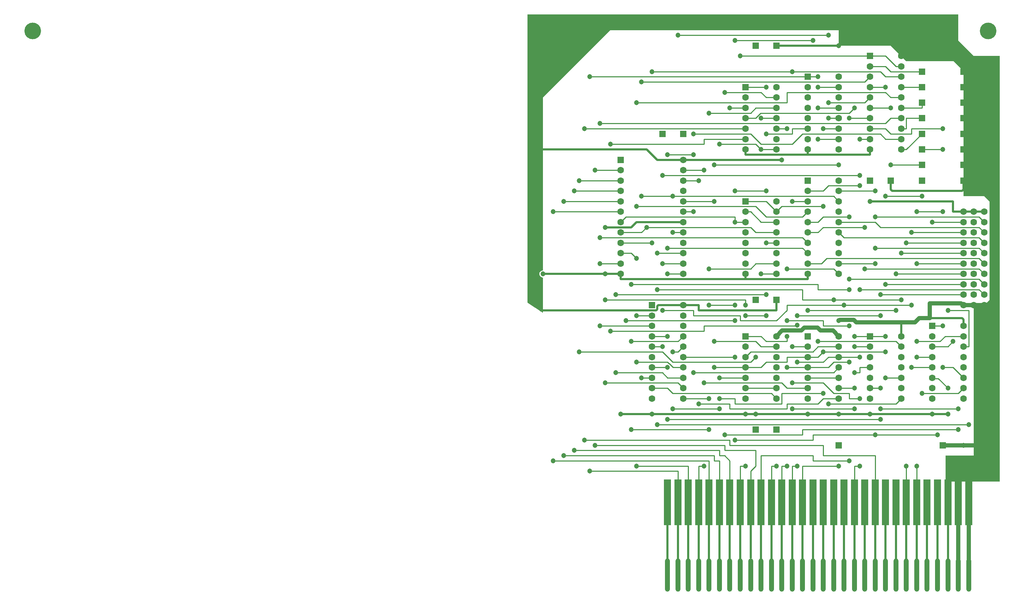
<source format=gtl>
G04*
G04 #@! TF.GenerationSoftware,Altium Limited,Altium Designer,23.6.0 (18)*
G04*
G04 Layer_Physical_Order=1*
G04 Layer_Color=255*
%FSLAX44Y44*%
%MOMM*%
G71*
G04*
G04 #@! TF.SameCoordinates,35715F93-6BA4-45ED-89E8-8F7F27010EA2*
G04*
G04*
G04 #@! TF.FilePolarity,Positive*
G04*
G01*
G75*
%ADD20R,1.7000X11.0000*%
G04:AMPARAMS|DCode=21|XSize=1.2mm|YSize=8mm|CornerRadius=0.6mm|HoleSize=0mm|Usage=FLASHONLY|Rotation=0.000|XOffset=0mm|YOffset=0mm|HoleType=Round|Shape=RoundedRectangle|*
%AMROUNDEDRECTD21*
21,1,1.2000,6.8000,0,0,0.0*
21,1,0.0000,8.0000,0,0,0.0*
1,1,1.2000,0.0000,-3.4000*
1,1,1.2000,0.0000,-3.4000*
1,1,1.2000,0.0000,3.4000*
1,1,1.2000,0.0000,3.4000*
%
%ADD21ROUNDEDRECTD21*%
%ADD22C,0.5001*%
%ADD23C,1.0000*%
%ADD24C,1.0000*%
%ADD25C,0.2500*%
%ADD26C,0.5500*%
%ADD27C,0.5000*%
%ADD28R,13.1250X6.2500*%
%ADD29C,1.6000*%
%ADD30R,1.6000X1.6000*%
%ADD31R,1.6000X1.6000*%
%ADD32C,4.0000*%
%ADD33C,1.2000*%
G36*
X1800000Y1575000D02*
X2612500D01*
Y1512500D01*
X2650000Y1475000D01*
X2712500D01*
Y475000D01*
X2650000D01*
Y875000D01*
X2675000Y875000D01*
X2687500Y887500D01*
Y1125000D01*
X2675000Y1137500D01*
X2625000D01*
Y1439000D01*
X2601500Y1462500D01*
X2487500D01*
X2450000Y1500000D01*
X2325000D01*
Y1537500D01*
X1787500D01*
Y1537500D01*
X1775000D01*
X1612500Y1375000D01*
Y958614D01*
X1610271Y958320D01*
X1608193Y957460D01*
X1606409Y956091D01*
X1605040Y954307D01*
X1604180Y952229D01*
X1603886Y950000D01*
X1604180Y947771D01*
X1605040Y945693D01*
X1606409Y943909D01*
X1608193Y942540D01*
X1610271Y941680D01*
X1612500Y941386D01*
Y856250D01*
X1575000Y881250D01*
Y1575000D01*
X1800000D01*
Y1575000D01*
D02*
G37*
D20*
X1912500Y400000D02*
D03*
X1937498D02*
D03*
X1962500D02*
D03*
X1987501D02*
D03*
X2012500D02*
D03*
X2037501D02*
D03*
X2062499D02*
D03*
X2087501D02*
D03*
X2112499D02*
D03*
X2137500D02*
D03*
X2162499D02*
D03*
X2187500D02*
D03*
X2212499D02*
D03*
X2237500D02*
D03*
X2262499D02*
D03*
X2287500D02*
D03*
X2312499D02*
D03*
X2337500D02*
D03*
X2362499D02*
D03*
X2387500D02*
D03*
X2412499D02*
D03*
X2437500D02*
D03*
X2462499D02*
D03*
X2487500D02*
D03*
X2512498D02*
D03*
X2537500D02*
D03*
X2562498D02*
D03*
X2587500D02*
D03*
X2612501D02*
D03*
X2637499D02*
D03*
D21*
X2162499Y225000D02*
D03*
X2112499D02*
D03*
X2087501D02*
D03*
X2062499D02*
D03*
X2037501D02*
D03*
X2012500D02*
D03*
X1987501D02*
D03*
X1962500D02*
D03*
X1937498D02*
D03*
X1912500D02*
D03*
X2137500D02*
D03*
X2462499D02*
D03*
X2412499D02*
D03*
X2387500D02*
D03*
X2362499D02*
D03*
X2337500D02*
D03*
X2287500D02*
D03*
X2262499D02*
D03*
X2237500D02*
D03*
X2212499D02*
D03*
X2187500D02*
D03*
X2312499D02*
D03*
X2437500D02*
D03*
X2637499D02*
D03*
X2537500D02*
D03*
X2512498D02*
D03*
X2487500D02*
D03*
X2562498D02*
D03*
X2612501D02*
D03*
X2587500D02*
D03*
D22*
X1937498Y261002D02*
Y353301D01*
X1912500Y263001D02*
Y353301D01*
X1962500Y262001D02*
Y353301D01*
X1987501Y261002D02*
Y349760D01*
X2062499Y262001D02*
Y348301D01*
X2087501Y261002D02*
Y348301D01*
X2112499Y266001D02*
Y348301D01*
X2137500Y263001D02*
Y348301D01*
X2162499Y264002D02*
Y348301D01*
X2187500Y261002D02*
Y348301D01*
X2212499Y261002D02*
Y348301D01*
X2237500Y261002D02*
Y348301D01*
X2262499Y261002D02*
Y348301D01*
X2287500Y261002D02*
Y348301D01*
X1983960Y353301D02*
X1987501Y349760D01*
X2012500Y261002D02*
Y353301D01*
X2037501Y263001D02*
Y348301D01*
X2312499Y261002D02*
Y348301D01*
X2337500Y261002D02*
Y348301D01*
X2537500Y261002D02*
Y348301D01*
X2512498Y261002D02*
Y348301D01*
X2487500Y263001D02*
Y348301D01*
X2462499Y261002D02*
Y348301D01*
X2412499Y261002D02*
Y348301D01*
X2387500Y261002D02*
Y348301D01*
X2362499Y261002D02*
Y348301D01*
X2437500Y262001D02*
Y348301D01*
X2587500Y261002D02*
Y348301D01*
X2562498Y262001D02*
Y348301D01*
D23*
X2637499Y261002D02*
Y348301D01*
X2612501Y261002D02*
Y348301D01*
D24*
X2188658Y813658D02*
X2234682D01*
X2241612Y820588D01*
X2273741D01*
X2175000Y800000D02*
X2188658Y813658D01*
X2280671D02*
X2311342D01*
X2273741Y820588D02*
X2280671Y813658D01*
X2366834Y833166D02*
X2508166D01*
X2518750Y843750D01*
X2360876Y839124D02*
X2366834Y833166D01*
X2325000Y837500D02*
X2325541D01*
X2327165Y839124D01*
X2360876D01*
X2625000Y875000D02*
X2650000D01*
X2623376D02*
X2625000D01*
X2543750Y843750D02*
Y879476D01*
X2618901D02*
X2623376Y875000D01*
X2543750Y879476D02*
X2618901D01*
X2518750Y843750D02*
X2543750D01*
X2311342Y813658D02*
X2325000Y800000D01*
X2625000Y537500D02*
X2662500D01*
X2575000Y537500D02*
X2625000D01*
X2650000Y875000D02*
X2675000D01*
D25*
X2000000Y825000D02*
X2223342D01*
X2225000Y826658D01*
X2200000Y837500D02*
X2287500D01*
Y825000D02*
X2350000D01*
X2287500D02*
Y837500D01*
X1775000Y812500D02*
X2000000D01*
Y825000D01*
X2587500Y862500D02*
X2637500D01*
X2625000Y775000D02*
X2637500D01*
Y862500D01*
X2200000Y725000D02*
X2250000D01*
X2300000D01*
X2200000Y962500D02*
X2312500D01*
X2175000Y1300000D02*
X2200000D01*
X2350000Y1325000D02*
X2400000D01*
X2212500Y1300000D02*
X2250000D01*
X2150000Y1287500D02*
X2212500D01*
Y1300000D01*
X2100000Y850000D02*
X2150000D01*
X1950000Y1100000D02*
X1975000D01*
X1975000Y1100000D01*
X2150000Y1025000D02*
X2175000D01*
X2550000Y825000D02*
X2575000D01*
X2662500Y912500D02*
X2675000Y900000D01*
X2375000Y912500D02*
X2662500D01*
Y937500D02*
X2675000Y925000D01*
X2350000Y937500D02*
X2662500D01*
Y962500D02*
X2675000Y950000D01*
X2387500Y962500D02*
X2662500D01*
Y987500D02*
X2675000Y975000D01*
X2295576Y987500D02*
X2662500D01*
Y1012500D02*
X2675000Y1000000D01*
X2412500Y1012500D02*
X2662500D01*
Y1037500D02*
X2675000Y1025000D01*
X2337500Y1037500D02*
X2662500D01*
Y1062500D02*
X2675000Y1050000D01*
X2425000Y1062500D02*
X2662500D01*
Y1087500D02*
X2675000Y1075000D01*
X2412500Y1087500D02*
X2662500D01*
X2550000Y1075000D02*
X2625000D01*
X2325000Y1150000D02*
X2412500D01*
X2437500Y1425000D02*
X2475000D01*
X2212500Y1437500D02*
X2425000D01*
X2437500Y1425000D01*
X2450000Y1375000D02*
X2475000D01*
X2437500Y1387500D02*
X2450000Y1375000D01*
X2400000Y1400000D02*
X2437500D01*
X2437500Y1400000D01*
X2450000Y1325000D02*
X2475000D01*
X2437500Y1312500D02*
X2450000Y1325000D01*
X1750000Y1312500D02*
X2437500D01*
X2400000Y1300000D02*
X2437500D01*
X2450000Y1287500D02*
X2500000D01*
X2437500Y1300000D02*
X2450000Y1287500D01*
X2425000D02*
X2437500Y1275000D01*
X2237500Y1287500D02*
X2425000D01*
X2437500Y1275000D02*
X2475000D01*
X2250000Y975000D02*
X2283076D01*
X2295576Y987500D01*
X2312500Y962500D02*
X2325000Y950000D01*
X2137500D02*
X2175000D01*
X2125000Y975000D02*
X2175000D01*
X2112500Y962500D02*
X2125000Y975000D01*
Y1050000D02*
X2175000D01*
X1862500Y1062500D02*
X2112500D01*
X2125000Y1050000D01*
X2137500Y1075000D02*
X2175000D01*
X2100000Y1100000D02*
X2112500D01*
X2137500Y1075000D01*
X2150000Y1087500D02*
X2237500D01*
X2125000Y1112500D02*
X2150000Y1087500D01*
X1837500Y1112500D02*
X2125000D01*
X2100000Y1125000D02*
X2150000D01*
X2175000Y1100000D01*
X1925000Y1137500D02*
X2312500D01*
X2275000Y1050000D02*
X2287500Y1062500D01*
X2250000Y1050000D02*
X2275000D01*
X2250000Y1075000D02*
X2275000D01*
X2287500Y1087500D01*
X2187500Y1112500D02*
X2287500D01*
X2312500Y1137500D02*
X2325000Y1125000D01*
X2250000Y1150000D02*
X2287500D01*
X2300000Y1162500D01*
X2275000Y1275000D02*
X2325000D01*
X2275000Y1275000D02*
X2275000Y1275000D01*
X2287500Y1300000D02*
X2325000D01*
X2287500Y1300000D02*
X2287500Y1300000D01*
X2300000Y1325000D02*
X2325000D01*
X2300000Y1325000D02*
X2300000Y1325000D01*
X2136919Y1337500D02*
X2350000D01*
X2300000Y1362500D02*
X2387500D01*
X2275000Y1350000D02*
X2325000D01*
X2275000Y1350000D02*
X2275000Y1350000D01*
X1850000Y1412500D02*
X2387500D01*
X2250000Y1425000D02*
X2250000Y1425000D01*
X2275000D01*
X2275000Y1400000D02*
X2325000D01*
X2275000Y1400000D02*
X2275000Y1400000D01*
X2100000D02*
X2100000Y1400000D01*
X2150000D01*
Y1375000D02*
X2175000D01*
X2050000Y1387500D02*
X2137500D01*
X2150000Y1375000D01*
X1837500Y1362500D02*
X2200000D01*
X2100000Y1325000D02*
X2124419D01*
X2136919Y1337500D01*
X2125000Y1350000D02*
X2175000D01*
X2012500Y1337500D02*
X2112500D01*
X2125000Y1350000D01*
X2137500Y1325000D02*
X2175000D01*
X2137500Y1325000D02*
X2137500Y1325000D01*
X2112500Y1287500D02*
X2137500Y1262500D01*
X1975000Y1287500D02*
X2112500D01*
X2137500Y1262500D02*
X2212500D01*
X2137500Y1250000D02*
X2175000D01*
X2137500Y1250000D02*
X2137500Y1250000D01*
X2125000Y1262500D02*
X2137500Y1250000D01*
X2037500Y1262500D02*
X2125000D01*
X1925000Y1050000D02*
X1950000D01*
X1925000Y1050000D02*
X1925000Y1050000D01*
X1850000Y1137500D02*
X1925000D01*
X1800000Y1075000D02*
X1812500Y1087500D01*
X1800000Y1050000D02*
X1850000D01*
X1862500Y1062500D01*
X1800000Y1025000D02*
X1875000D01*
X1875000Y1025000D01*
X1800000Y1000000D02*
X1825000D01*
X1837500Y987500D01*
X1887500Y1000000D02*
X1950000D01*
X1887500Y1000000D02*
X1887500Y1000000D01*
X1900000Y975000D02*
X1950000D01*
X1900000Y975000D02*
X1900000Y975000D01*
X1912500Y950000D02*
X1950000D01*
X1912500Y950000D02*
X1912500Y950000D01*
X1875000Y800000D02*
X1912500D01*
X1937500Y787500D02*
X1950000Y800000D01*
X1825000Y787500D02*
X1937500D01*
X1875000Y775000D02*
X1900000D01*
X1937500Y762500D02*
X1950000Y775000D01*
X1925000Y762500D02*
X1937500D01*
X1925000Y737500D02*
X2112500D01*
X1900000Y762500D02*
X1925000Y737500D01*
X1925581Y725000D02*
X1950000D01*
X1916331Y734250D02*
X1925581Y725000D01*
X1912500Y737500D02*
X1915750Y734250D01*
X1916331D01*
X1875000Y725000D02*
X1912500D01*
X1912500Y700000D02*
X1950000D01*
X1900000Y712500D02*
X1912500Y700000D01*
X1937500Y687500D02*
X1950000Y675000D01*
X1875000D02*
X1912500D01*
X1925000Y662500D01*
X2137500Y775000D02*
X2175000D01*
X2025000Y787500D02*
X2125000D01*
X2137500Y775000D01*
X2100000Y750000D02*
X2112500Y762500D01*
Y737500D02*
X2125000Y750000D01*
X2100000Y725000D02*
X2137500D01*
X2150000Y737500D01*
X2100000Y675000D02*
X2175000D01*
X2162500Y662500D02*
X2175000Y650000D01*
X1925000Y662500D02*
X2162500D01*
X2287500Y762500D02*
X2437500D01*
X2250000Y750000D02*
X2275000D01*
X2287500Y762500D01*
X2300000Y750000D02*
X2325000D01*
X2225000Y737500D02*
X2287500D01*
X2300000Y750000D01*
X2312500Y737500D02*
X2350000D01*
X2300000Y725000D02*
X2312500Y737500D01*
Y712500D02*
X2325000Y725000D01*
X2250000Y700000D02*
X2325000D01*
X2287500Y687500D02*
X2312500Y662500D01*
X2287500Y650000D02*
X2325000D01*
X2275000Y637500D02*
X2287500Y650000D01*
X2462500Y637500D02*
X2475000Y650000D01*
X2400000Y675000D02*
X2425000D01*
X2437500Y700000D02*
X2475000D01*
X2400000Y800000D02*
X2437500D01*
X2462500Y787500D02*
X2475000Y775000D01*
X2568750Y787500D02*
X2581250Y800000D01*
X2625000D01*
X2550000Y775000D02*
X2587500D01*
X2600000Y787500D01*
Y725000D02*
X2625000Y700000D01*
X2575000Y725000D02*
X2600000D01*
X2550000Y700000D02*
X2551821Y698179D01*
X2564321D01*
X2587500Y675000D01*
X2612500Y662500D02*
X2625000Y675000D01*
X2412500Y562500D02*
X2562500D01*
X2150000Y787500D02*
X2200000D01*
X2100000Y800000D02*
X2137500D01*
X2150000Y787500D01*
X2275000Y775000D02*
X2325000D01*
X2112500Y762500D02*
X2262500D01*
X2275000Y775000D01*
X2400000Y1350000D02*
X2450000D01*
X2450000Y1350000D01*
X2437500Y1450000D02*
X2450000Y1437500D01*
X2525000D01*
X2400000Y1450000D02*
X2437500D01*
X2462500D02*
X2475000D01*
X2400000Y1475000D02*
X2437500D01*
X2462500Y1450000D01*
X1937500Y1525000D02*
X2300000D01*
X2075000Y1512500D02*
X2262500D01*
X2087500Y1475000D02*
X2400000D01*
X2475000Y1400000D02*
X2525000D01*
Y1350000D02*
Y1362500D01*
X2475000Y1350000D02*
X2525000D01*
X2487500Y1325000D02*
X2525000D01*
X2487500Y1300000D02*
Y1325000D01*
X2475000Y1300000D02*
X2487500D01*
X2525000Y1250000D02*
X2575000D01*
X2450000Y1212500D02*
X2525000D01*
X2375000Y1275000D02*
X2400000D01*
X2500000Y1287500D02*
Y1300000D01*
X2575000D01*
X2475000Y1250000D02*
X2487500D01*
X2525000Y1287500D01*
X1875000Y1437500D02*
X2212500D01*
X1725000Y1425000D02*
X2250000D01*
X2062500Y1350000D02*
X2100000D01*
X1712500Y1300000D02*
X2100000D01*
X1775000Y1262500D02*
X2000000D01*
Y1275000D01*
X2100000D01*
X1912500Y1237500D02*
X1975000D01*
X1737500Y1200000D02*
X1800000D01*
X1700000Y1175000D02*
X1800000D01*
X1687500Y1150000D02*
X1800000D01*
X1662500Y1125000D02*
X1800000D01*
X1637500Y1100000D02*
X1800000D01*
X1750000Y975000D02*
X1800000D01*
X2012500Y962500D02*
X2112500D01*
X1812500Y1087500D02*
X2075000D01*
Y1075000D02*
Y1087500D01*
Y1075000D02*
X2100000D01*
X1950000Y1125000D02*
X2025000D01*
X2212500D02*
X2250000D01*
X2175000Y1100000D02*
X2187500Y1112500D01*
X2237500Y1087500D02*
X2250000Y1100000D01*
X2075000Y1150000D02*
X2150000D01*
X1950000Y1175000D02*
X1987500D01*
X1900000Y1187500D02*
X2375000D01*
X1950000Y1200000D02*
X2000000D01*
X2025000Y1212500D02*
X2325000D01*
X2300000Y1162500D02*
X2375000D01*
X2287500Y1087500D02*
X2350000D01*
X2237500Y1037500D02*
X2250000Y1025000D01*
X1750000Y1037500D02*
X2237500D01*
Y1012500D02*
X2250000Y1000000D01*
X1912500Y1012500D02*
X2237500D01*
X2325000Y975000D02*
X2412500D01*
X2287500Y1062500D02*
X2387500D01*
X2325000Y1075000D02*
X2412500D01*
X2425000Y1062500D01*
X2512500Y1100000D02*
X2575000D01*
X2500000Y1050000D02*
X2625000D01*
X2487500Y1025000D02*
X2625000D01*
X2325000Y1050000D02*
X2337500Y1037500D01*
X2475000Y1000000D02*
X2625000D01*
X2512500Y975000D02*
X2625000D01*
X2462500Y950000D02*
X2625000D01*
X2437500Y925000D02*
X2625000D01*
X2425000Y900000D02*
X2625000D01*
X2312500Y887500D02*
X2475000D01*
X2237500D02*
X2312500D01*
X2237500D02*
Y912500D01*
X1887500D02*
X2237500D01*
X1787500Y900000D02*
X2150000D01*
X1762500Y887500D02*
X2100000D01*
Y875000D02*
Y887500D01*
X2012500Y875000D02*
X2075000D01*
X1900000Y862500D02*
X1975000D01*
Y850000D02*
Y862500D01*
Y850000D02*
X2087500D01*
Y837500D02*
Y850000D01*
Y837500D02*
X2175000D01*
X2200000Y862500D01*
Y875000D01*
X2500000D01*
X2250000Y862500D02*
X2462500D01*
X2225000Y850000D02*
X2425000D01*
X1812500Y837500D02*
X2075000D01*
X1950000Y750000D02*
X2075000D01*
X1837500Y737500D02*
X1912500D01*
X2025000Y725000D02*
X2100000D01*
X2037500Y700000D02*
X2100000D01*
X1950000Y650000D02*
X2012500D01*
X2037500D02*
X2075000D01*
Y637500D02*
Y650000D01*
X1987500Y637500D02*
X2062500D01*
Y625000D02*
Y637500D01*
X1825000Y575000D02*
X2012500D01*
X1887500Y587500D02*
X2637500D01*
X2237500Y575000D02*
X2612500D01*
X2237500Y562500D02*
Y575000D01*
X2050000Y562500D02*
X2237500D01*
X2075000Y550000D02*
X2262500D01*
Y562500D01*
X2412500D01*
X2237500Y487500D02*
X2325000D01*
X2237500Y450000D02*
Y487500D01*
X2212500D02*
X2225000D01*
X2212500Y450000D02*
Y487500D01*
X2187500D02*
X2200000D01*
X2187500Y450000D02*
Y487500D01*
X2162500D02*
X2175000D01*
X2162500Y450000D02*
Y487500D01*
X1987500D02*
X2000000D01*
X1987500Y450000D02*
Y487500D01*
X1837500D02*
X1962500D01*
Y450000D02*
Y487500D01*
X1725000Y475000D02*
X1937500D01*
Y450000D02*
Y475000D01*
X1637500Y500000D02*
X2012500D01*
Y450000D02*
Y500000D01*
X1662500Y512500D02*
X2025000D01*
Y500000D02*
Y512500D01*
Y500000D02*
X2037500D01*
Y450000D02*
Y500000D01*
X1687500Y525000D02*
X2037500D01*
Y512500D02*
Y525000D01*
Y512500D02*
X2050000D01*
X2062500Y500000D01*
Y450000D02*
Y500000D01*
X2087500Y487500D02*
X2100000D01*
X2087500Y450000D02*
Y487500D01*
X1737500Y537500D02*
X2050000D01*
Y525000D02*
Y537500D01*
Y525000D02*
X2125000D01*
Y487500D02*
Y525000D01*
X2112500Y475000D02*
X2125000Y487500D01*
X2112500Y450000D02*
Y475000D01*
X1712500Y550000D02*
X2062500D01*
Y537500D02*
Y550000D01*
Y537500D02*
X2287500D01*
Y512500D02*
Y537500D01*
Y512500D02*
X2412500D01*
X2262500Y500000D02*
X2350000D01*
X2262500D02*
Y512500D01*
X2137500D02*
X2262500D01*
X2137500Y450000D02*
Y512500D01*
X2362500Y487500D02*
X2375000D01*
X2362500Y437500D02*
Y487500D01*
X2412500Y450000D02*
Y512500D01*
X2487500Y450000D02*
Y487500D01*
X2512500Y450000D02*
Y487500D01*
X1912500Y600000D02*
X2425000D01*
X2000000Y687500D02*
X2187500D01*
X2200000Y675000D01*
X2250000D01*
X2212500Y687500D02*
X2287500D01*
X1975000Y712500D02*
X2312500D01*
X2150000Y737500D02*
X2200000D01*
Y750000D01*
X2250000D01*
X2212500Y775000D02*
X2250000D01*
X2200000Y787500D02*
Y800000D01*
X2362500D02*
X2400000D01*
X2362500Y775000D02*
X2400000D01*
X2275000Y787500D02*
X2462500D01*
X2325000Y750000D02*
X2375000D01*
X2362500Y712500D02*
X2375000D01*
Y725000D01*
X2400000D01*
X2325000Y675000D02*
X2362500D01*
X2312500Y662500D02*
X2350000D01*
Y650000D02*
Y662500D01*
Y650000D02*
X2375000D01*
X2425000Y625000D02*
X2612500D01*
X2525000Y662500D02*
X2612500D01*
X2500000Y725000D02*
X2550000D01*
X2512500Y750000D02*
X2550000D01*
X2512500Y787500D02*
X2568750D01*
X2275000Y912500D02*
X2350000D01*
X2275000D02*
Y925000D01*
X1825000D02*
X2275000D01*
X2200000Y1362500D02*
Y1387500D01*
X2212500Y1262500D02*
X2237500Y1287500D01*
X2437500Y1137500D02*
X2525000D01*
X1837500Y850000D02*
X1875000D01*
X1750000Y825000D02*
X1875000D01*
X1700000Y762500D02*
X1900000D01*
X1787500Y712500D02*
X1900000D01*
X1850000Y700000D02*
X1875000D01*
X1762500Y687500D02*
X1937500D01*
X2212500Y625000D02*
X2362500D01*
X2300000Y637500D02*
X2462500D01*
X2200000D02*
X2275000D01*
X2200000Y625000D02*
Y637500D01*
X2062500Y625000D02*
X2200000D01*
X2187500Y662500D02*
X2287500D01*
X2187500Y637500D02*
Y662500D01*
X2075000Y637500D02*
X2187500D01*
X2350000Y1337500D02*
X2362500Y1350000D01*
X2387500Y1362500D02*
X2400000Y1375000D01*
X2200000Y1387500D02*
X2437500D01*
X2387500Y1412500D02*
X2400000Y1425000D01*
X1925000Y625000D02*
X2037500D01*
D26*
X2543750Y843750D02*
X2621778D01*
X2625000Y840528D01*
Y825000D02*
Y840528D01*
X2450000Y1153222D02*
Y1175000D01*
X2625000Y1153222D02*
Y1175000D01*
X2621778Y1150000D02*
X2625000Y1153222D01*
X2453222Y1150000D02*
X2621778D01*
X2450000Y1153222D02*
X2453222Y1150000D01*
X1950000Y875000D02*
X1987500D01*
X1950000D02*
X1950000D01*
X1987500Y862500D02*
Y875000D01*
Y862500D02*
X2175000D01*
Y887500D01*
X1862500Y1250000D02*
X1887500Y1225000D01*
X1900000D01*
X1950000D01*
X2575000Y537500D02*
X2575000Y537500D01*
X2175000Y1500000D02*
X2325000D01*
X1950000Y1225000D02*
X2187500D01*
X1587500Y1250000D02*
X1862500D01*
X2475000Y800000D02*
Y831250D01*
D27*
X1606250Y862500D02*
X1884864D01*
X1890429Y875000D02*
X1950000D01*
X1887500Y865136D02*
Y872071D01*
X1890429Y875000D01*
X1884864Y862500D02*
X1887500Y865136D01*
X2650000Y1100000D02*
X2675000D01*
X2625000D02*
X2650000D01*
X2100000Y937500D02*
X2250000D01*
X2100000D02*
Y950000D01*
X1950000Y1075000D02*
X1950000Y1075000D01*
X1837500Y1075000D02*
X1950000D01*
X1762500Y1062500D02*
X1825000D01*
X1837500Y1075000D01*
X1875000Y612500D02*
X2100000D01*
X1800000D02*
X1875000D01*
X2100000D02*
X2125000D01*
X1612500Y950000D02*
X1800000D01*
X2250000Y612500D02*
X2587500D01*
X2125000D02*
X2250000D01*
Y937500D02*
Y950000D01*
X1800000Y937500D02*
X2100000D01*
X1800000D02*
Y950000D01*
X2400000Y1237500D02*
Y1250000D01*
X2100000Y1237500D02*
X2400000D01*
X2100000D02*
Y1250000D01*
X2250000Y1237500D02*
Y1250000D01*
X2600000Y1100000D02*
X2625000D01*
X2600000D02*
Y1125000D01*
X2400000D02*
X2600000D01*
D28*
X2646875Y481250D02*
D03*
D29*
X2675000Y1100000D02*
D03*
X2650000D02*
D03*
X2625000D02*
D03*
X2675000Y1075000D02*
D03*
X2650000D02*
D03*
X2625000D02*
D03*
X2675000Y1050000D02*
D03*
X2650000D02*
D03*
X2625000D02*
D03*
X2675000Y1025000D02*
D03*
X2650000D02*
D03*
X2625000D02*
D03*
X2675000Y1000000D02*
D03*
X2650000D02*
D03*
X2625000D02*
D03*
X2675000Y975000D02*
D03*
X2650000D02*
D03*
X2625000D02*
D03*
X2675000Y950000D02*
D03*
X2650000D02*
D03*
X2625000D02*
D03*
X2675000Y925000D02*
D03*
X2650000D02*
D03*
X2625000D02*
D03*
X2675000Y900000D02*
D03*
X2650000D02*
D03*
X2625000D02*
D03*
X2675000Y875000D02*
D03*
X2650000D02*
D03*
X2625000D02*
D03*
X1950000Y775000D02*
D03*
Y750000D02*
D03*
Y700000D02*
D03*
Y725000D02*
D03*
Y675000D02*
D03*
X1875000Y650000D02*
D03*
Y675000D02*
D03*
Y700000D02*
D03*
Y725000D02*
D03*
Y750000D02*
D03*
Y775000D02*
D03*
Y825000D02*
D03*
Y800000D02*
D03*
Y850000D02*
D03*
X1950000Y825000D02*
D03*
Y800000D02*
D03*
Y850000D02*
D03*
Y875000D02*
D03*
Y650000D02*
D03*
X2250000Y775000D02*
D03*
Y725000D02*
D03*
Y750000D02*
D03*
Y700000D02*
D03*
Y675000D02*
D03*
Y650000D02*
D03*
X2325000D02*
D03*
Y675000D02*
D03*
Y700000D02*
D03*
Y725000D02*
D03*
Y750000D02*
D03*
Y800000D02*
D03*
Y775000D02*
D03*
X2100000D02*
D03*
Y725000D02*
D03*
Y750000D02*
D03*
Y700000D02*
D03*
Y675000D02*
D03*
Y650000D02*
D03*
X2175000D02*
D03*
Y675000D02*
D03*
Y700000D02*
D03*
Y725000D02*
D03*
Y750000D02*
D03*
Y800000D02*
D03*
Y775000D02*
D03*
X2550000Y800000D02*
D03*
Y750000D02*
D03*
Y775000D02*
D03*
Y725000D02*
D03*
Y700000D02*
D03*
Y675000D02*
D03*
Y650000D02*
D03*
X2625000D02*
D03*
Y675000D02*
D03*
Y700000D02*
D03*
Y725000D02*
D03*
Y775000D02*
D03*
Y750000D02*
D03*
Y800000D02*
D03*
Y825000D02*
D03*
X2400000Y775000D02*
D03*
Y725000D02*
D03*
Y750000D02*
D03*
Y700000D02*
D03*
Y675000D02*
D03*
Y650000D02*
D03*
X2475000D02*
D03*
Y675000D02*
D03*
Y700000D02*
D03*
Y725000D02*
D03*
Y750000D02*
D03*
Y800000D02*
D03*
Y775000D02*
D03*
X2325000Y1175000D02*
D03*
Y1150000D02*
D03*
Y1125000D02*
D03*
Y1100000D02*
D03*
X2250000Y1150000D02*
D03*
Y1100000D02*
D03*
Y1125000D02*
D03*
Y1075000D02*
D03*
Y1050000D02*
D03*
Y1025000D02*
D03*
Y1000000D02*
D03*
Y975000D02*
D03*
Y950000D02*
D03*
X2325000D02*
D03*
Y975000D02*
D03*
Y1025000D02*
D03*
Y1000000D02*
D03*
Y1050000D02*
D03*
Y1075000D02*
D03*
X2100000Y1100000D02*
D03*
Y1050000D02*
D03*
Y1075000D02*
D03*
Y1025000D02*
D03*
Y1000000D02*
D03*
Y975000D02*
D03*
Y950000D02*
D03*
X2175000D02*
D03*
Y975000D02*
D03*
Y1000000D02*
D03*
Y1025000D02*
D03*
Y1075000D02*
D03*
Y1050000D02*
D03*
Y1100000D02*
D03*
Y1125000D02*
D03*
X2475000Y1475000D02*
D03*
Y1450000D02*
D03*
Y1425000D02*
D03*
Y1400000D02*
D03*
X2400000Y1450000D02*
D03*
Y1400000D02*
D03*
Y1425000D02*
D03*
Y1375000D02*
D03*
Y1350000D02*
D03*
Y1325000D02*
D03*
Y1300000D02*
D03*
Y1275000D02*
D03*
Y1250000D02*
D03*
X2475000D02*
D03*
Y1275000D02*
D03*
Y1325000D02*
D03*
Y1300000D02*
D03*
Y1350000D02*
D03*
Y1375000D02*
D03*
X2250000Y1400000D02*
D03*
Y1350000D02*
D03*
Y1375000D02*
D03*
Y1325000D02*
D03*
Y1300000D02*
D03*
Y1275000D02*
D03*
Y1250000D02*
D03*
X2325000D02*
D03*
Y1275000D02*
D03*
Y1300000D02*
D03*
Y1325000D02*
D03*
Y1375000D02*
D03*
Y1350000D02*
D03*
Y1400000D02*
D03*
Y1425000D02*
D03*
X2100000Y1375000D02*
D03*
Y1325000D02*
D03*
Y1350000D02*
D03*
Y1300000D02*
D03*
Y1275000D02*
D03*
Y1250000D02*
D03*
X2175000D02*
D03*
Y1275000D02*
D03*
Y1300000D02*
D03*
Y1325000D02*
D03*
Y1350000D02*
D03*
Y1400000D02*
D03*
Y1375000D02*
D03*
X1950000Y1025000D02*
D03*
Y1000000D02*
D03*
Y950000D02*
D03*
Y975000D02*
D03*
X1800000Y950000D02*
D03*
Y975000D02*
D03*
Y1000000D02*
D03*
Y1025000D02*
D03*
Y1050000D02*
D03*
Y1075000D02*
D03*
Y1100000D02*
D03*
Y1125000D02*
D03*
Y1175000D02*
D03*
Y1150000D02*
D03*
Y1200000D02*
D03*
X1950000Y1075000D02*
D03*
Y1050000D02*
D03*
Y1100000D02*
D03*
Y1125000D02*
D03*
Y1175000D02*
D03*
Y1150000D02*
D03*
Y1200000D02*
D03*
Y1225000D02*
D03*
D30*
X1875000Y875000D02*
D03*
X2250000Y800000D02*
D03*
X2100000D02*
D03*
X2550000Y825000D02*
D03*
X2400000Y800000D02*
D03*
X2250000Y1175000D02*
D03*
X2100000Y1125000D02*
D03*
X2400000Y1475000D02*
D03*
X2250000Y1425000D02*
D03*
X2100000Y1400000D02*
D03*
X1800000Y1225000D02*
D03*
D31*
X2400000Y1175000D02*
D03*
X2450000D02*
D03*
X2325000Y537500D02*
D03*
X2575000D02*
D03*
X2525000Y1175000D02*
D03*
X2625000D02*
D03*
X2525000Y1212500D02*
D03*
X2625000D02*
D03*
X2525000Y1250000D02*
D03*
X2625000D02*
D03*
X2525000Y1287500D02*
D03*
X2625000D02*
D03*
X2525000Y1325000D02*
D03*
X2625000D02*
D03*
X2525000Y1362500D02*
D03*
X2625000D02*
D03*
X2525000Y1400000D02*
D03*
X2625000D02*
D03*
X2525000Y1437500D02*
D03*
X2625000D02*
D03*
X1900000Y1287500D02*
D03*
X1950000D02*
D03*
X2125000Y887500D02*
D03*
X2175000D02*
D03*
X2125000Y575000D02*
D03*
X2175000D02*
D03*
X2125000Y1500000D02*
D03*
X2175000D02*
D03*
D32*
X384000Y1535000D02*
D03*
X2684000D02*
D03*
D33*
X2225000Y826658D02*
D03*
X2587500Y862500D02*
D03*
X2200000Y725000D02*
D03*
Y962500D02*
D03*
Y1300000D02*
D03*
X2350000Y1325000D02*
D03*
X2625000Y537500D02*
D03*
X2512500Y750000D02*
D03*
X1612500Y950000D02*
D03*
X2425000Y850000D02*
D03*
X1762500Y950000D02*
D03*
X1850000Y700000D02*
D03*
X1762500Y687500D02*
D03*
X2437500Y800000D02*
D03*
Y762500D02*
D03*
X2225000Y850000D02*
D03*
X2200000Y837500D02*
D03*
Y800000D02*
D03*
X2212500Y775000D02*
D03*
X2225000Y737500D02*
D03*
X2125000Y750000D02*
D03*
X2150000Y900000D02*
D03*
Y850000D02*
D03*
X2137500Y950000D02*
D03*
X2150000Y1025000D02*
D03*
X2212500Y1125000D02*
D03*
X2187500Y1225000D02*
D03*
X2150000Y1150000D02*
D03*
X2137500Y1250000D02*
D03*
X2150000Y1287500D02*
D03*
X1937500Y1525000D02*
D03*
X2075000Y1512500D02*
D03*
X2087500Y1475000D02*
D03*
X2137500Y1325000D02*
D03*
X2150000Y1400000D02*
D03*
X2212500Y1437500D02*
D03*
X2262500Y1512500D02*
D03*
X2300000Y1525000D02*
D03*
X2325000Y1500000D02*
D03*
X2275000Y1425000D02*
D03*
Y1400000D02*
D03*
Y1350000D02*
D03*
X2300000Y1362500D02*
D03*
Y1325000D02*
D03*
X2287500Y1300000D02*
D03*
X2275000Y1275000D02*
D03*
X2437500Y1400000D02*
D03*
X2450000Y1350000D02*
D03*
X2362500D02*
D03*
X2375000Y1275000D02*
D03*
X2575000Y1300000D02*
D03*
Y1250000D02*
D03*
X2500000Y1050000D02*
D03*
X2450000Y1212500D02*
D03*
X2325000D02*
D03*
X2287500Y1112500D02*
D03*
X2375000Y1187500D02*
D03*
Y1162500D02*
D03*
X2350000Y1087500D02*
D03*
X2387500Y1062500D02*
D03*
X2412500Y1150000D02*
D03*
Y1087500D02*
D03*
X2400000Y1125000D02*
D03*
X2437500Y1137500D02*
D03*
X2525000D02*
D03*
X2512500Y1100000D02*
D03*
X2575000D02*
D03*
X2550000Y1075000D02*
D03*
X2250000Y862500D02*
D03*
X2487500Y1025000D02*
D03*
X2512500Y975000D02*
D03*
X2475000Y1000000D02*
D03*
X2462500Y950000D02*
D03*
X2437500Y925000D02*
D03*
X2425000Y900000D02*
D03*
X2412500Y1012500D02*
D03*
Y975000D02*
D03*
X2387500Y962500D02*
D03*
X2350000Y937500D02*
D03*
X2375000Y912500D02*
D03*
X2350000D02*
D03*
X2312500Y887500D02*
D03*
X2337500Y875000D02*
D03*
X2275000Y787500D02*
D03*
X2287500Y762500D02*
D03*
X2325000Y837500D02*
D03*
X2350000Y825000D02*
D03*
X2362500Y800000D02*
D03*
Y775000D02*
D03*
X2350000Y737500D02*
D03*
X2375000Y750000D02*
D03*
X2575000Y825000D02*
D03*
X2462500Y862500D02*
D03*
X2475000Y887500D02*
D03*
X2500000Y875000D02*
D03*
X2512500Y787500D02*
D03*
X2600000D02*
D03*
X2575000Y725000D02*
D03*
X2587500Y675000D02*
D03*
X2612500Y625000D02*
D03*
X2587500Y612500D02*
D03*
X2637500Y587500D02*
D03*
X2612500Y575000D02*
D03*
X2562500Y562500D02*
D03*
X2550000Y612500D02*
D03*
X2525000Y662500D02*
D03*
X2500000Y725000D02*
D03*
X2437500Y700000D02*
D03*
X2425000Y675000D02*
D03*
X2125000Y612500D02*
D03*
X2212500Y687500D02*
D03*
Y625000D02*
D03*
X2250000Y612500D02*
D03*
X2287500Y662500D02*
D03*
X2300000Y637500D02*
D03*
X2325000Y612500D02*
D03*
X2362500Y712500D02*
D03*
Y675000D02*
D03*
X2375000Y650000D02*
D03*
X2362500Y625000D02*
D03*
X2400000Y612500D02*
D03*
X2425000Y625000D02*
D03*
Y600000D02*
D03*
X2412500Y562500D02*
D03*
X2512500Y487500D02*
D03*
X2487500D02*
D03*
X2375000D02*
D03*
X2350000Y500000D02*
D03*
X2325000Y487500D02*
D03*
X2225000D02*
D03*
X2200000D02*
D03*
X2175000D02*
D03*
X2100000Y612500D02*
D03*
X1925000Y625000D02*
D03*
X2037500D02*
D03*
X2100000Y487500D02*
D03*
X2000000D02*
D03*
X1637500Y500000D02*
D03*
X1662500Y512500D02*
D03*
X1687500Y525000D02*
D03*
X1712500Y550000D02*
D03*
X1737500Y537500D02*
D03*
X1725000Y475000D02*
D03*
X1837500Y487500D02*
D03*
X1825000Y575000D02*
D03*
X1800000Y612500D02*
D03*
X1875000D02*
D03*
X1887500Y587500D02*
D03*
X1912500Y600000D02*
D03*
X2012500Y575000D02*
D03*
X2050000Y562500D02*
D03*
X2075000Y550000D02*
D03*
X2037500Y650000D02*
D03*
X2012500D02*
D03*
X1987500Y637500D02*
D03*
X2000000Y687500D02*
D03*
X2037500Y700000D02*
D03*
X2100000Y850000D02*
D03*
Y875000D02*
D03*
X2075000D02*
D03*
Y837500D02*
D03*
Y750000D02*
D03*
X1975000Y712500D02*
D03*
X2025000Y725000D02*
D03*
Y787500D02*
D03*
X2012500Y875000D02*
D03*
X1925000Y762500D02*
D03*
X1912500Y725000D02*
D03*
X1900000Y775000D02*
D03*
X1912500Y800000D02*
D03*
X1900000Y862500D02*
D03*
X1887500Y912500D02*
D03*
X1787500Y712500D02*
D03*
X1837500Y737500D02*
D03*
Y850000D02*
D03*
X1812500Y837500D02*
D03*
X1825000Y787500D02*
D03*
X1700000Y762500D02*
D03*
X1750000Y825000D02*
D03*
X1775000Y812500D02*
D03*
X1762500Y887500D02*
D03*
X1787500Y900000D02*
D03*
X1825000Y925000D02*
D03*
X1912500Y950000D02*
D03*
X2012500Y962500D02*
D03*
X2075000Y1075000D02*
D03*
Y1150000D02*
D03*
X2025000Y1125000D02*
D03*
X2000000Y1200000D02*
D03*
X1987500Y1175000D02*
D03*
X1975000Y1100000D02*
D03*
X1900000Y975000D02*
D03*
X1925000Y1137500D02*
D03*
Y1050000D02*
D03*
X1912500Y1012500D02*
D03*
X1887500Y1000000D02*
D03*
X1875000Y1025000D02*
D03*
X1862500Y1062500D02*
D03*
X1837500Y987500D02*
D03*
Y1112500D02*
D03*
X1850000Y1137500D02*
D03*
X1900000Y1187500D02*
D03*
X1750000Y975000D02*
D03*
Y1037500D02*
D03*
X1762500Y1062500D02*
D03*
X1637500Y1100000D02*
D03*
X1662500Y1125000D02*
D03*
X1687500Y1150000D02*
D03*
X1700000Y1175000D02*
D03*
X1737500Y1200000D02*
D03*
X1912500Y1237500D02*
D03*
X2025000Y1212500D02*
D03*
X2037500Y1262500D02*
D03*
X1975000Y1237500D02*
D03*
Y1287500D02*
D03*
X2050000Y1387500D02*
D03*
X2062500Y1350000D02*
D03*
X2012500Y1337500D02*
D03*
X1775000Y1262500D02*
D03*
X1712500Y1300000D02*
D03*
X1750000Y1312500D02*
D03*
X1837500Y1362500D02*
D03*
X1875000Y1437500D02*
D03*
X1850000Y1412500D02*
D03*
X1725000Y1425000D02*
D03*
M02*

</source>
